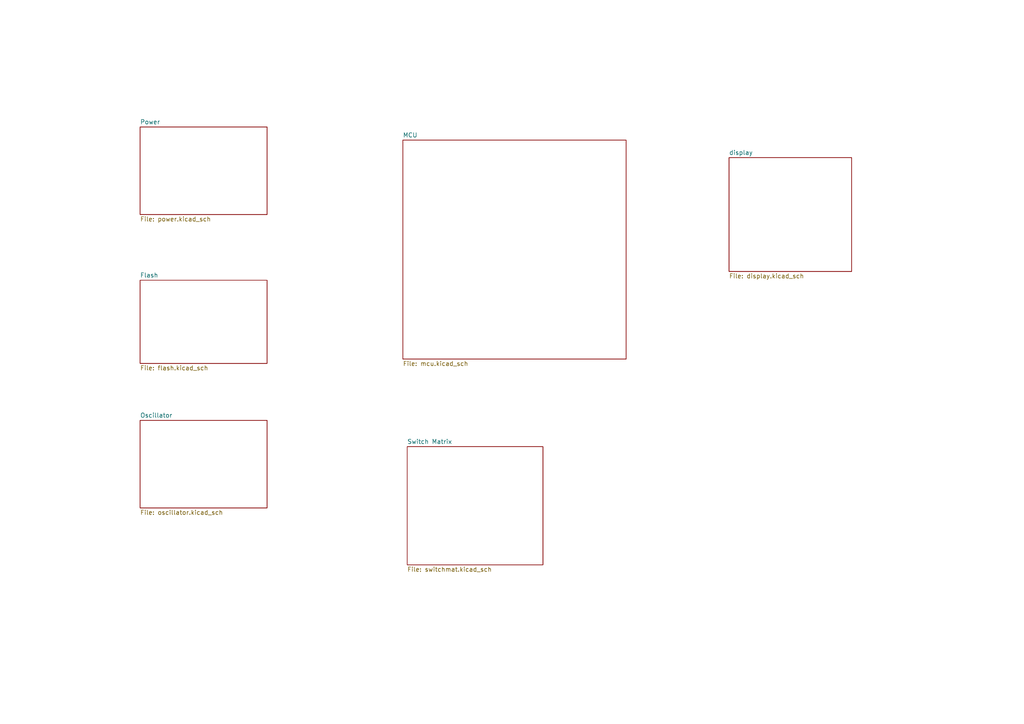
<source format=kicad_sch>
(kicad_sch
	(version 20250114)
	(generator "eeschema")
	(generator_version "9.0")
	(uuid "6dbb65f4-5576-4e18-9627-83014d84ecc4")
	(paper "A4")
	(lib_symbols)
	(sheet
		(at 40.64 121.92)
		(size 36.83 25.4)
		(exclude_from_sim no)
		(in_bom yes)
		(on_board yes)
		(dnp no)
		(fields_autoplaced yes)
		(stroke
			(width 0.1524)
			(type solid)
		)
		(fill
			(color 0 0 0 0.0000)
		)
		(uuid "31815c76-57e3-46f4-a3e7-b464abc06b3f")
		(property "Sheetname" "Oscillator"
			(at 40.64 121.2084 0)
			(effects
				(font
					(size 1.27 1.27)
				)
				(justify left bottom)
			)
		)
		(property "Sheetfile" "oscillator.kicad_sch"
			(at 40.64 147.9046 0)
			(effects
				(font
					(size 1.27 1.27)
				)
				(justify left top)
			)
		)
		(instances
			(project "wheatboard"
				(path "/6dbb65f4-5576-4e18-9627-83014d84ecc4"
					(page "4")
				)
			)
		)
	)
	(sheet
		(at 40.64 36.83)
		(size 36.83 25.4)
		(exclude_from_sim no)
		(in_bom yes)
		(on_board yes)
		(dnp no)
		(fields_autoplaced yes)
		(stroke
			(width 0.1524)
			(type solid)
		)
		(fill
			(color 0 0 0 0.0000)
		)
		(uuid "69cff255-9fa6-4711-8724-a2455d867f76")
		(property "Sheetname" "Power"
			(at 40.64 36.1184 0)
			(effects
				(font
					(size 1.27 1.27)
				)
				(justify left bottom)
			)
		)
		(property "Sheetfile" "power.kicad_sch"
			(at 40.64 62.8146 0)
			(effects
				(font
					(size 1.27 1.27)
				)
				(justify left top)
			)
		)
		(instances
			(project "wheatboard"
				(path "/6dbb65f4-5576-4e18-9627-83014d84ecc4"
					(page "2")
				)
			)
		)
	)
	(sheet
		(at 116.84 40.64)
		(size 64.77 63.5)
		(exclude_from_sim no)
		(in_bom yes)
		(on_board yes)
		(dnp no)
		(fields_autoplaced yes)
		(stroke
			(width 0.1524)
			(type solid)
		)
		(fill
			(color 0 0 0 0.0000)
		)
		(uuid "6a4662bb-e4d4-4c72-976b-2148666e8c86")
		(property "Sheetname" "MCU"
			(at 116.84 39.9284 0)
			(effects
				(font
					(size 1.27 1.27)
				)
				(justify left bottom)
			)
		)
		(property "Sheetfile" "mcu.kicad_sch"
			(at 116.84 104.7246 0)
			(effects
				(font
					(size 1.27 1.27)
				)
				(justify left top)
			)
		)
		(instances
			(project "wheatboard"
				(path "/6dbb65f4-5576-4e18-9627-83014d84ecc4"
					(page "5")
				)
			)
		)
	)
	(sheet
		(at 40.64 81.28)
		(size 36.83 24.13)
		(exclude_from_sim no)
		(in_bom yes)
		(on_board yes)
		(dnp no)
		(fields_autoplaced yes)
		(stroke
			(width 0.1524)
			(type solid)
		)
		(fill
			(color 0 0 0 0.0000)
		)
		(uuid "7adace9b-063e-4b7c-921f-8b942603049c")
		(property "Sheetname" "Flash"
			(at 40.64 80.5684 0)
			(effects
				(font
					(size 1.27 1.27)
				)
				(justify left bottom)
			)
		)
		(property "Sheetfile" "flash.kicad_sch"
			(at 40.64 105.9946 0)
			(effects
				(font
					(size 1.27 1.27)
				)
				(justify left top)
			)
		)
		(instances
			(project "wheatboard"
				(path "/6dbb65f4-5576-4e18-9627-83014d84ecc4"
					(page "3")
				)
			)
		)
	)
	(sheet
		(at 118.11 129.54)
		(size 39.37 34.29)
		(exclude_from_sim no)
		(in_bom yes)
		(on_board yes)
		(dnp no)
		(fields_autoplaced yes)
		(stroke
			(width 0.1524)
			(type solid)
		)
		(fill
			(color 0 0 0 0.0000)
		)
		(uuid "c37fc789-abd5-4847-9b09-92067adc1997")
		(property "Sheetname" "Switch Matrix"
			(at 118.11 128.8284 0)
			(effects
				(font
					(size 1.27 1.27)
				)
				(justify left bottom)
			)
		)
		(property "Sheetfile" "switchmat.kicad_sch"
			(at 118.11 164.4146 0)
			(effects
				(font
					(size 1.27 1.27)
				)
				(justify left top)
			)
		)
		(instances
			(project "wheatboard"
				(path "/6dbb65f4-5576-4e18-9627-83014d84ecc4"
					(page "6")
				)
			)
		)
	)
	(sheet
		(at 211.455 45.72)
		(size 35.56 33.02)
		(exclude_from_sim no)
		(in_bom yes)
		(on_board yes)
		(dnp no)
		(fields_autoplaced yes)
		(stroke
			(width 0.1524)
			(type solid)
		)
		(fill
			(color 0 0 0 0.0000)
		)
		(uuid "e7e875cf-efe4-43d8-ad3f-d0327ce74593")
		(property "Sheetname" "display"
			(at 211.455 45.0084 0)
			(effects
				(font
					(size 1.27 1.27)
				)
				(justify left bottom)
			)
		)
		(property "Sheetfile" "display.kicad_sch"
			(at 211.455 79.3246 0)
			(effects
				(font
					(size 1.27 1.27)
				)
				(justify left top)
			)
		)
		(instances
			(project "wheatboard"
				(path "/6dbb65f4-5576-4e18-9627-83014d84ecc4"
					(page "7")
				)
			)
		)
	)
	(sheet_instances
		(path "/"
			(page "1")
		)
	)
	(embedded_fonts no)
)

</source>
